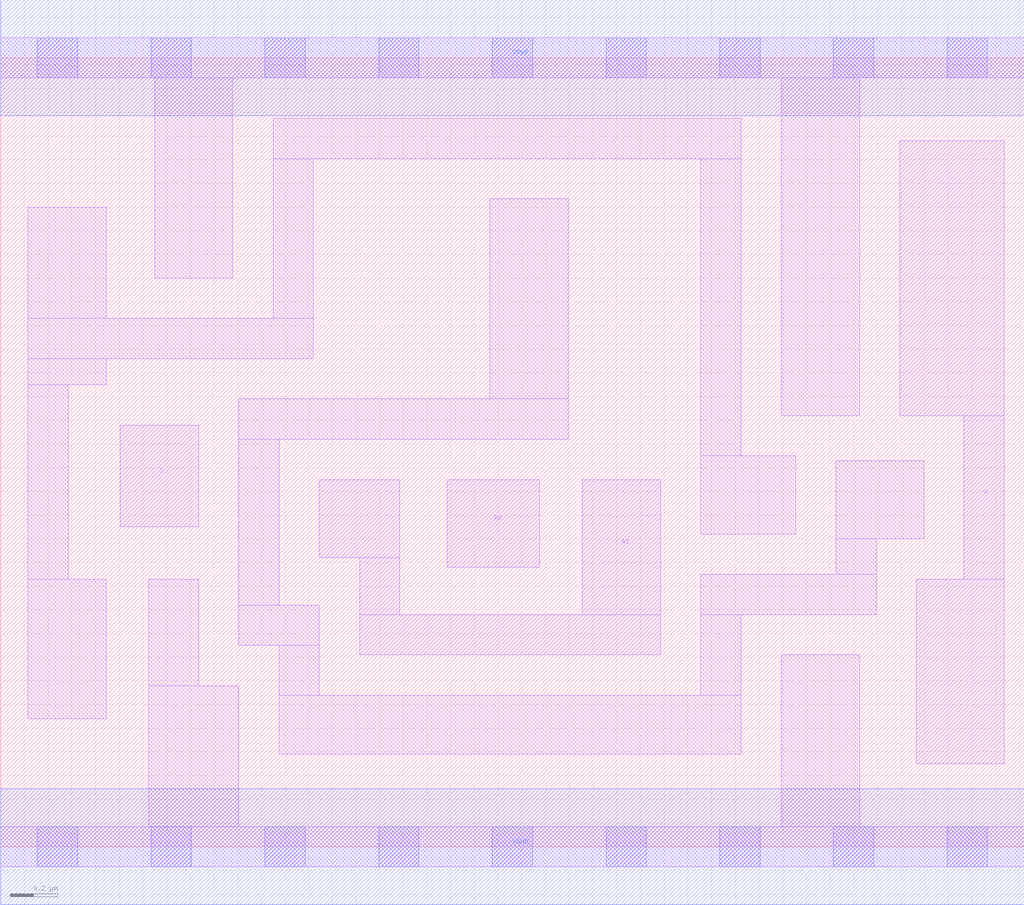
<source format=lef>
# Copyright 2020 The SkyWater PDK Authors
#
# Licensed under the Apache License, Version 2.0 (the "License");
# you may not use this file except in compliance with the License.
# You may obtain a copy of the License at
#
#     https://www.apache.org/licenses/LICENSE-2.0
#
# Unless required by applicable law or agreed to in writing, software
# distributed under the License is distributed on an "AS IS" BASIS,
# WITHOUT WARRANTIES OR CONDITIONS OF ANY KIND, either express or implied.
# See the License for the specific language governing permissions and
# limitations under the License.
#
# SPDX-License-Identifier: Apache-2.0

VERSION 5.5 ;
NAMESCASESENSITIVE ON ;
BUSBITCHARS "[]" ;
DIVIDERCHAR "/" ;
MACRO sky130_fd_sc_ls__mux2_1
  CLASS CORE ;
  SOURCE USER ;
  ORIGIN  0.000000  0.000000 ;
  SIZE  4.320000 BY  3.330000 ;
  SYMMETRY X Y ;
  SITE unit ;
  PIN A0
    ANTENNAGATEAREA  0.261000 ;
    DIRECTION INPUT ;
    USE SIGNAL ;
    PORT
      LAYER li1 ;
        RECT 1.885000 1.180000 2.275000 1.550000 ;
    END
  END A0
  PIN A1
    ANTENNAGATEAREA  0.261000 ;
    DIRECTION INPUT ;
    USE SIGNAL ;
    PORT
      LAYER li1 ;
        RECT 1.345000 1.220000 1.685000 1.550000 ;
        RECT 1.515000 0.810000 2.785000 0.980000 ;
        RECT 1.515000 0.980000 1.685000 1.220000 ;
        RECT 2.455000 0.980000 2.785000 1.550000 ;
    END
  END A1
  PIN S
    ANTENNAGATEAREA  0.470000 ;
    DIRECTION INPUT ;
    USE SIGNAL ;
    PORT
      LAYER li1 ;
        RECT 0.505000 1.350000 0.835000 1.780000 ;
    END
  END S
  PIN X
    ANTENNADIFFAREA  0.541300 ;
    DIRECTION OUTPUT ;
    USE SIGNAL ;
    PORT
      LAYER li1 ;
        RECT 3.795000 1.820000 4.235000 2.980000 ;
        RECT 3.865000 0.350000 4.235000 1.130000 ;
        RECT 4.065000 1.130000 4.235000 1.820000 ;
    END
  END X
  PIN VGND
    DIRECTION INOUT ;
    SHAPE ABUTMENT ;
    USE GROUND ;
    PORT
      LAYER met1 ;
        RECT 0.000000 -0.245000 4.320000 0.245000 ;
    END
  END VGND
  PIN VPWR
    DIRECTION INOUT ;
    SHAPE ABUTMENT ;
    USE POWER ;
    PORT
      LAYER met1 ;
        RECT 0.000000 3.085000 4.320000 3.575000 ;
    END
  END VPWR
  OBS
    LAYER li1 ;
      RECT 0.000000 -0.085000 4.320000 0.085000 ;
      RECT 0.000000  3.245000 4.320000 3.415000 ;
      RECT 0.115000  0.540000 0.445000 1.130000 ;
      RECT 0.115000  1.130000 0.285000 1.950000 ;
      RECT 0.115000  1.950000 0.445000 2.060000 ;
      RECT 0.115000  2.060000 1.320000 2.230000 ;
      RECT 0.115000  2.230000 0.445000 2.700000 ;
      RECT 0.625000  0.085000 1.005000 0.680000 ;
      RECT 0.625000  0.680000 0.835000 1.130000 ;
      RECT 0.650000  2.400000 0.980000 3.245000 ;
      RECT 1.005000  0.850000 1.345000 1.020000 ;
      RECT 1.005000  1.020000 1.175000 1.720000 ;
      RECT 1.005000  1.720000 2.395000 1.890000 ;
      RECT 1.150000  2.230000 1.320000 2.905000 ;
      RECT 1.150000  2.905000 3.125000 3.075000 ;
      RECT 1.175000  0.390000 3.125000 0.640000 ;
      RECT 1.175000  0.640000 1.345000 0.850000 ;
      RECT 2.065000  1.890000 2.395000 2.735000 ;
      RECT 2.955000  0.640000 3.125000 0.980000 ;
      RECT 2.955000  0.980000 3.695000 1.150000 ;
      RECT 2.955000  1.320000 3.355000 1.650000 ;
      RECT 2.955000  1.650000 3.125000 2.905000 ;
      RECT 3.295000  0.085000 3.625000 0.810000 ;
      RECT 3.295000  1.820000 3.625000 3.245000 ;
      RECT 3.525000  1.150000 3.695000 1.300000 ;
      RECT 3.525000  1.300000 3.895000 1.630000 ;
    LAYER mcon ;
      RECT 0.155000 -0.085000 0.325000 0.085000 ;
      RECT 0.155000  3.245000 0.325000 3.415000 ;
      RECT 0.635000 -0.085000 0.805000 0.085000 ;
      RECT 0.635000  3.245000 0.805000 3.415000 ;
      RECT 1.115000 -0.085000 1.285000 0.085000 ;
      RECT 1.115000  3.245000 1.285000 3.415000 ;
      RECT 1.595000 -0.085000 1.765000 0.085000 ;
      RECT 1.595000  3.245000 1.765000 3.415000 ;
      RECT 2.075000 -0.085000 2.245000 0.085000 ;
      RECT 2.075000  3.245000 2.245000 3.415000 ;
      RECT 2.555000 -0.085000 2.725000 0.085000 ;
      RECT 2.555000  3.245000 2.725000 3.415000 ;
      RECT 3.035000 -0.085000 3.205000 0.085000 ;
      RECT 3.035000  3.245000 3.205000 3.415000 ;
      RECT 3.515000 -0.085000 3.685000 0.085000 ;
      RECT 3.515000  3.245000 3.685000 3.415000 ;
      RECT 3.995000 -0.085000 4.165000 0.085000 ;
      RECT 3.995000  3.245000 4.165000 3.415000 ;
  END
END sky130_fd_sc_ls__mux2_1
END LIBRARY

</source>
